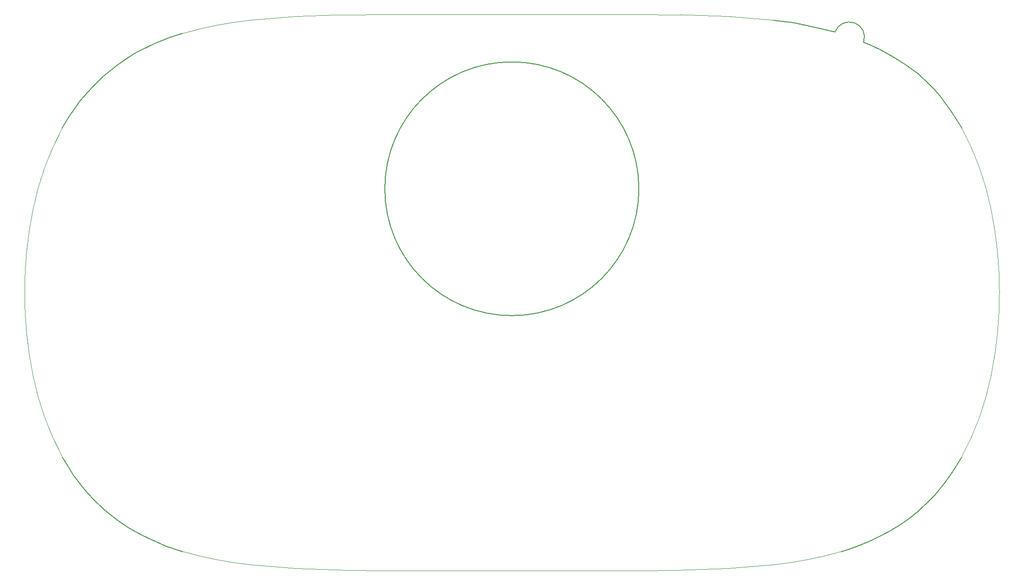
<source format=gm1>
G04 #@! TF.GenerationSoftware,KiCad,Pcbnew,(5.1.0-998-gf550ecaf1)*
G04 #@! TF.CreationDate,2019-07-11T01:53:52-07:00*
G04 #@! TF.ProjectId,Stylish-Belt-Synth - Full,5374796c-6973-4682-9d42-656c742d5379,rev?*
G04 #@! TF.SameCoordinates,Original*
G04 #@! TF.FileFunction,Profile,NP*
%FSLAX46Y46*%
G04 Gerber Fmt 4.6, Leading zero omitted, Abs format (unit mm)*
G04 Created by KiCad (PCBNEW (5.1.0-998-gf550ecaf1)) date 2019-07-11 01:53:52*
%MOMM*%
%LPD*%
G04 APERTURE LIST*
%ADD10C,0.150000*%
%ADD11C,0.200000*%
%ADD12C,0.100000*%
G04 APERTURE END LIST*
D10*
X76430000Y-63510000D02*
X77630000Y-62660000D01*
X217940000Y-61910000D02*
X220470000Y-63500000D01*
X75400000Y-145760000D02*
X74080000Y-144620000D01*
X77180000Y-147070000D02*
X75400000Y-145760000D01*
X78880000Y-148150000D02*
X77180000Y-147070000D01*
X81060000Y-149370000D02*
X78880000Y-148150000D01*
X217510000Y-148490000D02*
X215870000Y-149390000D01*
X219450000Y-147300000D02*
X217510000Y-148490000D01*
X221230000Y-146050000D02*
X219450000Y-147300000D01*
X222560000Y-144940000D02*
X221230000Y-146050000D01*
X220470000Y-63500000D02*
X222650000Y-65120000D01*
X215630000Y-60670000D02*
X217940000Y-61910000D01*
X79820000Y-61260000D02*
X80970000Y-60620000D01*
X78620000Y-62010000D02*
X79820000Y-61260000D01*
X77630000Y-62660000D02*
X78620000Y-62010000D01*
X75150000Y-64520000D02*
X76430000Y-63510000D01*
X73930000Y-65560000D02*
X75150000Y-64520000D01*
X88362058Y-152298406D02*
X85490000Y-151360000D01*
X67450000Y-136710000D02*
X66489823Y-135042325D01*
X68520000Y-138340000D02*
X67450000Y-136710000D01*
X70530000Y-140970000D02*
X68520000Y-138340000D01*
X72140000Y-142750000D02*
X70530000Y-140970000D01*
X74080000Y-144620000D02*
X72140000Y-142750000D01*
X82680000Y-150170000D02*
X81060000Y-149370000D01*
X85490000Y-151360000D02*
X82680000Y-150170000D01*
X209960000Y-151900000D02*
X208640141Y-152298406D01*
X211950000Y-151180000D02*
X209960000Y-151900000D01*
X214200000Y-150210000D02*
X211950000Y-151180000D01*
X215870000Y-149390000D02*
X214200000Y-150210000D01*
X224620000Y-143000000D02*
X222560000Y-144940000D01*
X225670000Y-141890000D02*
X224620000Y-143000000D01*
X227690000Y-139440000D02*
X225670000Y-141890000D01*
X228710000Y-138020000D02*
X227690000Y-139440000D01*
X229860000Y-136200000D02*
X228710000Y-138020000D01*
X230512377Y-135042325D02*
X229860000Y-136200000D01*
X67760000Y-72800000D02*
X66489823Y-74964875D01*
X69770000Y-69980000D02*
X67760000Y-72800000D01*
X71850000Y-67560000D02*
X69770000Y-69980000D01*
X73930000Y-65560000D02*
X71850000Y-67560000D01*
X83290000Y-59530000D02*
X80970000Y-60620000D01*
X85990000Y-58460000D02*
X83290000Y-59530000D01*
X88362059Y-57708794D02*
X85990000Y-58460000D01*
X229720000Y-73590000D02*
X230512377Y-74964875D01*
X228620000Y-71870000D02*
X229720000Y-73590000D01*
X227780000Y-70680000D02*
X228620000Y-71870000D01*
X226530000Y-69100000D02*
X227780000Y-70680000D01*
X225500000Y-67920000D02*
X226530000Y-69100000D01*
X224340000Y-66710000D02*
X225500000Y-67920000D01*
X222650000Y-65120000D02*
X224340000Y-66710000D01*
X214010000Y-59880000D02*
X215630000Y-60670000D01*
X212609999Y-59279999D02*
X214010000Y-59880000D01*
X206630000Y-57280000D02*
X207405115Y-57413627D01*
X204880000Y-56810000D02*
X206630000Y-57280000D01*
X202570000Y-56300000D02*
X204880000Y-56810000D01*
X199890000Y-55750000D02*
X202570000Y-56300000D01*
X196203694Y-55269032D02*
X199890000Y-55750000D01*
X207405115Y-57413627D02*
G75*
G02X212609999Y-59279999I2604885J-926373D01*
G01*
D11*
X171632991Y-86051776D02*
G75*
G03X171632991Y-86051776I-23169991J0D01*
G01*
D12*
X179296496Y-54281971D02*
G75*
G02X196203694Y-55269032I-2209433J-183138863D01*
G01*
X179296496Y-54281971D02*
X170851904Y-54174585D01*
X117587076Y-54283442D02*
X126150296Y-54174585D01*
X160037453Y-54174585D02*
X148501100Y-54203600D01*
X136964747Y-54174585D02*
X148501100Y-54203600D01*
X170851904Y-54174585D02*
X160037453Y-54174585D01*
X126150296Y-54174585D02*
X136964747Y-54174585D01*
X117587077Y-155723759D02*
G75*
G02X100798506Y-154738168I2328060J183137393D01*
G01*
X66489823Y-135042325D02*
G75*
G02X61103601Y-120058635I46561744J25197603D01*
G01*
X196203695Y-154738167D02*
G75*
G02X179415124Y-155723758I-19116632J182151801D01*
G01*
X235898599Y-120058635D02*
G75*
G02X230512377Y-135042325I-51947966J10213913D01*
G01*
X208640141Y-152298406D02*
G75*
G02X196203694Y-154738168I-20151862J69805482D01*
G01*
X117587076Y-155723758D02*
X126150296Y-155832615D01*
X61103600Y-120058635D02*
G75*
G02X59601100Y-105003600I73147618J14902665D01*
G01*
X126150296Y-155832615D02*
X136964747Y-155832615D01*
X170851904Y-155832615D02*
X160037453Y-155832615D01*
X136964747Y-155832615D02*
X148501100Y-155803600D01*
X100798505Y-154738168D02*
G75*
G02X88362058Y-152298406I7715416J72245244D01*
G01*
X237401099Y-105003600D02*
G75*
G02X235898599Y-120058635I-74650117J-152370D01*
G01*
X179415124Y-155723758D02*
X170851904Y-155832615D01*
X160037453Y-155832615D02*
X148501100Y-155803600D01*
X235898600Y-89948565D02*
G75*
G02X237401100Y-105003600I-73147618J-14902665D01*
G01*
X230512377Y-74964875D02*
G75*
G02X235898599Y-89948565I-46561744J-25197603D01*
G01*
X100798505Y-55269033D02*
G75*
G02X117587076Y-54283442I19116632J-182151801D01*
G01*
X88362059Y-57708794D02*
G75*
G02X100798506Y-55269032I20151862J-69805482D01*
G01*
X61103601Y-89948565D02*
G75*
G02X66489823Y-74964875I51947966J-10213913D01*
G01*
X59601101Y-105003600D02*
G75*
G02X61103601Y-89948565I74650117J152370D01*
G01*
M02*

</source>
